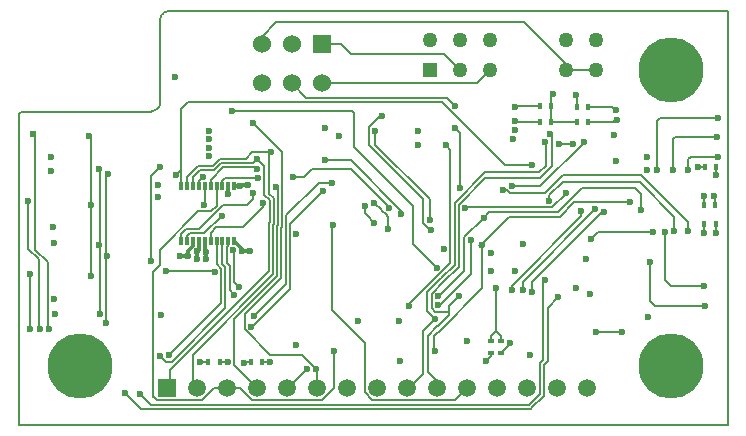
<source format=gbl>
G04*
G04 #@! TF.GenerationSoftware,Altium Limited,Altium Designer,18.1.9 (240)*
G04*
G04 Layer_Physical_Order=4*
G04 Layer_Color=16711680*
%FSLAX44Y44*%
%MOMM*%
G71*
G01*
G75*
%ADD10C,0.2000*%
%ADD11C,0.3000*%
%ADD20C,0.1520*%
%ADD21R,0.4500X0.6000*%
%ADD22R,0.6000X0.4500*%
%ADD23R,0.4000X0.6000*%
%ADD55C,1.5000*%
%ADD56R,1.5000X1.5000*%
%ADD57C,1.2700*%
%ADD58R,1.2700X1.2700*%
%ADD59R,1.5240X1.5240*%
%ADD60C,1.5240*%
%ADD61C,5.5000*%
%ADD62C,0.6000*%
%ADD63R,0.3000X0.7000*%
%ADD64C,0.3500*%
D10*
X174736Y208524D02*
X202428D01*
X172500Y206288D02*
X174736Y208524D01*
X202428D02*
X202438Y208534D01*
X356600Y28851D02*
Y34528D01*
X167500Y135772D02*
Y155900D01*
Y135772D02*
X171524Y131748D01*
X172500Y135756D02*
Y155900D01*
Y135756D02*
X175048Y133208D01*
X176182Y150164D02*
X177500Y151482D01*
X176182Y137057D02*
Y150164D01*
Y137057D02*
X178572Y134667D01*
Y113952D02*
Y134667D01*
X165094Y130366D02*
X166000Y129460D01*
X125000Y130366D02*
X165094D01*
X171524Y102973D02*
Y131748D01*
X175048Y98685D02*
Y133208D01*
X182096Y121180D02*
Y147486D01*
Y121180D02*
X186944Y116332D01*
X178572Y113952D02*
X182524Y110000D01*
X181706Y147876D02*
X182096Y147486D01*
X129814Y53451D02*
X175048Y98685D01*
X127526Y58975D02*
X171524Y102973D01*
X119476Y134842D02*
Y148336D01*
X114094Y129460D02*
X119476Y134842D01*
X114094Y24187D02*
Y129460D01*
X119476Y148336D02*
X151664Y180524D01*
X128000Y46653D02*
X211836Y130489D01*
X147590Y59419D02*
X215360Y127189D01*
X182500Y89345D02*
X218884Y125729D01*
X191476Y93337D02*
X222408Y124269D01*
X191476Y80712D02*
Y93337D01*
X199000Y92000D02*
X225932Y118932D01*
X197812Y83000D02*
X229456Y114644D01*
X222408Y124269D02*
Y166721D01*
X182500Y55312D02*
Y89345D01*
X218884Y125729D02*
Y168181D01*
X182500Y55312D02*
X182524Y55288D01*
Y50526D02*
Y55288D01*
X147590Y34660D02*
Y59419D01*
X215360Y127189D02*
Y169641D01*
X128000Y28851D02*
Y46653D01*
X211836Y130489D02*
Y171100D01*
X229456Y114644D02*
Y163802D01*
X225932Y118932D02*
Y165262D01*
X197000Y83000D02*
X197812D01*
X191476Y80712D02*
X213213Y58975D01*
X252850Y31000D02*
Y48851D01*
X204200Y28851D02*
X205946Y30596D01*
X225932Y165262D02*
X226620Y165950D01*
Y177620D01*
X254000Y205000D01*
X223096Y167409D02*
Y198479D01*
X212524Y171788D02*
Y190288D01*
X211836Y171100D02*
X212524Y171788D01*
X216048Y170329D02*
Y191748D01*
X215360Y169641D02*
X216048Y170329D01*
X219572Y168869D02*
Y199274D01*
X218884Y168181D02*
X219572Y168869D01*
X222408Y166721D02*
X223096Y167409D01*
X230144Y164490D02*
Y170144D01*
X229456Y163802D02*
X230144Y164490D01*
Y170144D02*
X258000Y198000D01*
X254000Y205000D02*
X265000D01*
X281288Y216852D02*
X313389Y184752D01*
X281088Y224028D02*
X324086Y181030D01*
X259588Y224028D02*
X281088D01*
X324086Y178544D02*
Y181030D01*
X248652Y216852D02*
X281288D01*
X313389Y183533D02*
Y184752D01*
X241604Y209804D02*
X248652Y216852D01*
X213213Y58975D02*
X240025D01*
X198628Y255270D02*
X223349Y230549D01*
Y198732D02*
Y230549D01*
X223096Y198479D02*
X223349Y198732D01*
X240025Y58975D02*
X251999Y47000D01*
X182524Y50526D02*
X202050Y31000D01*
X389890Y152400D02*
X392430Y149860D01*
X229600Y28851D02*
Y32600D01*
X244000Y47000D01*
X251999Y48000D02*
X252850Y48851D01*
X68580Y93980D02*
Y217424D01*
X207000Y183967D02*
Y188000D01*
X198044Y191044D02*
Y195834D01*
X196436D02*
X198044D01*
X217825Y201021D02*
X219572Y199274D01*
X157000Y162000D02*
X172000Y177000D01*
X152712Y165524D02*
X173112Y185924D01*
X167500Y185296D02*
Y201900D01*
X162728Y180524D02*
X167500Y185296D01*
X151664Y180524D02*
X162728D01*
X157000Y186436D02*
X157480Y186916D01*
Y201880D01*
X141648Y165524D02*
X152712D01*
X173112Y185924D02*
X192924D01*
X145000Y162000D02*
X157000D01*
X192924Y185924D02*
X198044Y191044D01*
X177500Y151482D02*
Y155900D01*
X355600Y108712D02*
X377254Y130366D01*
X124856Y53451D02*
X129814D01*
X119888Y58419D02*
X124856Y53451D01*
X265240Y97373D02*
X293068Y69545D01*
X265240Y97373D02*
Y168240D01*
X266000Y169000D01*
X295000Y177309D02*
X301244Y171064D01*
X292999Y179309D02*
Y185000D01*
Y179309D02*
X295000Y177309D01*
X207962Y194850D02*
Y219037D01*
Y194850D02*
X212524Y190288D01*
X190164Y167131D02*
X207000Y183967D01*
X167477Y167131D02*
X190164D01*
X212301Y229319D02*
X213614Y230632D01*
X212301Y195494D02*
Y229319D01*
Y195494D02*
X216048Y191748D01*
X202000Y225000D02*
X207962Y219037D01*
X232410Y209804D02*
X241604D01*
X311235Y178009D02*
X313000Y176244D01*
X311100Y178009D02*
X311235D01*
X307864Y181245D02*
X311100Y178009D01*
X307864Y181245D02*
Y181380D01*
X301244Y188000D02*
X307864Y181380D01*
X313000Y166116D02*
Y176244D01*
X284226Y235176D02*
X334000Y185402D01*
Y153000D02*
Y185402D01*
Y153000D02*
X354000Y133000D01*
X284226Y235176D02*
Y263652D01*
X296546Y252096D02*
X306070Y261620D01*
X296546Y236908D02*
Y252096D01*
Y236908D02*
X342486Y190968D01*
Y170686D02*
Y190968D01*
Y170686D02*
X348172Y165000D01*
X302070Y236930D02*
X348010Y190990D01*
Y172974D02*
Y190990D01*
X302070Y236930D02*
Y248666D01*
X348172Y165000D02*
X348999D01*
X362000Y236474D02*
X365524Y232950D01*
Y136712D02*
Y232950D01*
X356288Y127476D02*
X365524Y136712D01*
X356077Y127476D02*
X356288D01*
X330454Y101853D02*
X356077Y127476D01*
X330454Y100584D02*
Y101853D01*
X346044Y95916D02*
Y112460D01*
Y95916D02*
X352298Y89662D01*
X346044Y112460D02*
X357536Y123952D01*
X369158Y135362D02*
Y187812D01*
X357748Y123952D02*
X369158Y135362D01*
X357536Y123952D02*
X357748D01*
X349568Y111000D02*
X358996Y120428D01*
X349568Y99058D02*
Y111000D01*
Y99058D02*
X352804Y95822D01*
X364094D01*
X364538Y96266D01*
X372682Y133903D02*
Y186352D01*
X359207Y120428D02*
X372682Y133903D01*
X358996Y120428D02*
X359207D01*
X369158Y187812D02*
X394960Y213614D01*
X440842D01*
X372682Y186352D02*
X395118Y208788D01*
X441763D01*
X374000Y200466D02*
Y246778D01*
X369778Y251000D02*
X374000Y246778D01*
X352298Y89662D02*
X352806D01*
X331200Y28851D02*
Y31988D01*
X73914Y96840D02*
Y143764D01*
X378254Y183944D02*
X451560D01*
X377254Y158560D02*
X394020Y175326D01*
X377254Y130366D02*
Y158560D01*
X356616Y101346D02*
X382778Y127508D01*
X392430Y115345D02*
Y149860D01*
X355523Y78438D02*
X392430Y115345D01*
X417627Y117784D02*
X476504Y176661D01*
X426720Y121129D02*
X487934Y182343D01*
X426720Y114300D02*
Y121129D01*
X487934Y182343D02*
Y182372D01*
X417627Y114415D02*
Y117784D01*
X476504Y176661D02*
Y181178D01*
X404000Y79502D02*
Y115367D01*
X408686Y70770D02*
Y74816D01*
X404000Y79502D02*
X408686Y74816D01*
X399542Y75044D02*
X404000Y79502D01*
X399542Y70770D02*
Y75044D01*
X14000Y148156D02*
Y248666D01*
X137500Y215526D02*
Y267548D01*
Y201900D02*
Y215526D01*
X170247Y225238D02*
X192280D01*
X164115Y219106D02*
X170247Y225238D01*
X152208Y219106D02*
X164115D01*
X142500Y209398D02*
X152208Y219106D01*
X153668Y215582D02*
X165574D01*
X147500Y209414D02*
X153668Y215582D01*
X171706Y221714D02*
X198662D01*
X165574Y215582D02*
X171706Y221714D01*
X200402Y218190D02*
X201676Y216916D01*
X201947Y225000D02*
X202000D01*
X197674Y230632D02*
X213614D01*
X192280Y225238D02*
X197674Y230632D01*
X147500Y201900D02*
Y209414D01*
X162500Y207524D02*
X173166Y218190D01*
X162500Y201900D02*
Y207524D01*
X155956Y209550D02*
Y210058D01*
X142500Y201900D02*
Y209398D01*
X133000Y211026D02*
X137500Y215526D01*
X198662Y221714D02*
X201947Y225000D01*
X59766Y244846D02*
X61468Y243144D01*
Y186436D02*
Y243144D01*
X59764Y244844D02*
X59766Y244846D01*
X73914Y209914D02*
X76000Y212000D01*
X73914Y143764D02*
Y209914D01*
X200740Y284120D02*
X205600Y288980D01*
X256400Y322000D02*
X273000D01*
X281000Y314000D01*
X359934D01*
X373634Y300300D01*
X590000Y211328D02*
X590500Y211828D01*
Y218315D01*
X581185Y218000D02*
X581500Y218315D01*
X574999Y218000D02*
X581185D01*
X579500Y186000D02*
X580000Y186500D01*
X589000Y194000D02*
X589500Y193500D01*
Y186000D02*
Y193500D01*
X580000Y186500D02*
Y194000D01*
X590000Y162244D02*
Y170000D01*
Y162000D02*
Y162244D01*
X579824Y169824D02*
X580000Y170000D01*
X579824Y162244D02*
Y169824D01*
X191430Y53000D02*
X196902D01*
X191055Y52625D02*
X191430Y53000D01*
X205902D02*
X212402D01*
X153114D02*
X160250D01*
X147590Y34660D02*
X151250Y31000D01*
X170250Y53000D02*
X177000D01*
X441708Y201740D02*
X478790Y238822D01*
X418020Y201740D02*
X441708D01*
X478790Y238822D02*
Y239776D01*
X445390Y196216D02*
X460502Y211328D01*
X415732Y196216D02*
X445390D01*
X413361Y198587D02*
X415732Y196216D01*
X410020Y198587D02*
X413361D01*
X473061Y256032D02*
X473064Y256030D01*
X450778Y256032D02*
X473061D01*
X450647Y278647D02*
X452000Y280000D01*
X450647Y269494D02*
Y278647D01*
X566928Y217170D02*
Y224953D01*
X569000Y227025D01*
X592023D01*
X399542Y57846D02*
Y60770D01*
X396000Y54304D02*
X399542Y57846D01*
X396000Y54304D02*
Y56228D01*
X14000Y148156D02*
X24784Y137372D01*
Y82216D02*
Y137372D01*
Y82216D02*
X26000Y81000D01*
X17272Y81728D02*
Y139900D01*
Y81728D02*
X18000Y81000D01*
X10000Y81000D02*
Y128000D01*
X8000Y149172D02*
X17272Y139900D01*
X172500Y201900D02*
Y206288D01*
X363010Y276814D02*
X369824Y270000D01*
X243166Y276814D02*
X363010D01*
X411480Y219710D02*
X434848D01*
X358170Y273020D02*
X411480Y219710D01*
X137500Y155900D02*
Y161376D01*
X141648Y165524D01*
X142500Y159500D02*
X145000Y162000D01*
X142500Y155900D02*
Y159500D01*
X481871Y269240D02*
X502325D01*
X472872Y269240D02*
Y278129D01*
X472000Y279000D02*
X472872Y278129D01*
X450647Y269494D02*
X450778Y269363D01*
Y256032D02*
Y269363D01*
X421298Y256032D02*
X441778D01*
X420141Y257189D02*
X421298Y256032D01*
X456946Y237490D02*
X469646D01*
X408686Y69770D02*
Y70770D01*
X142972Y273020D02*
X358170D01*
X73914Y86360D02*
X74104Y86550D01*
Y96650D01*
X73914Y96840D02*
X74104Y96650D01*
X547370Y122278D02*
X552086Y117562D01*
X580595D01*
X538550Y100514D02*
X581000D01*
X157480Y201880D02*
X157500Y201900D01*
X90218Y26638D02*
X103380Y13476D01*
X102902Y25860D02*
X111762Y17000D01*
X387714Y288980D02*
X399034Y300300D01*
X256400Y288980D02*
X387714D01*
X8000Y149172D02*
Y189000D01*
X267000Y30973D02*
Y62230D01*
X257003Y20976D02*
X267000Y30973D01*
X433815Y13476D02*
Y13990D01*
X444524Y24698D01*
Y50540D01*
X447906Y53922D01*
Y99164D01*
X441000Y26158D02*
Y52000D01*
X443842Y54842D01*
Y121262D01*
X431842Y17000D02*
X441000Y26158D01*
X103380Y13476D02*
X433815D01*
X117305Y20976D02*
X155403D01*
X114094Y24187D02*
X117305Y20976D01*
X111762Y17000D02*
X431842D01*
X293068Y27406D02*
Y69545D01*
Y27406D02*
X299499Y20976D01*
X369827D02*
X379851Y31000D01*
X299499Y20976D02*
X369827D01*
X187493Y31000D02*
X197517Y20976D01*
X231603D01*
X231627Y21000D01*
X248674D01*
X248699Y20976D01*
X257003D01*
X176651Y31000D02*
X187493D01*
X114094Y23805D02*
Y24187D01*
X155403Y20976D02*
X165427Y31000D01*
X176651D01*
X484378Y157226D02*
X490220Y163068D01*
X488950Y78410D02*
X510464D01*
X408686Y60452D02*
X416306Y68072D01*
X408686Y59770D02*
Y60452D01*
X152406Y29845D02*
X153400Y28851D01*
X128000D02*
X128230D01*
X231000Y288980D02*
X243166Y276814D01*
X205600Y328536D02*
X218186Y341122D01*
X205600Y322000D02*
Y328536D01*
X463804Y300482D02*
X489204D01*
X463804D02*
Y305562D01*
X428244Y341122D02*
X463804Y305562D01*
X382778Y127508D02*
Y156054D01*
X505714Y258318D02*
X506176D01*
X503426Y256030D02*
X505714Y258318D01*
X482063Y256030D02*
X503426D01*
X355092Y101346D02*
X356616D01*
X354978Y78438D02*
X355523D01*
X364538Y93200D02*
Y96266D01*
X354095Y83360D02*
X354698D01*
X364538Y93200D01*
X342138Y79502D02*
X352298Y89662D01*
X364538Y100378D02*
X373126Y108966D01*
X364538Y96266D02*
Y100378D01*
X355346Y108966D02*
X355600Y108712D01*
X419608Y248920D02*
X420116Y249428D01*
X204216Y325120D02*
Y327152D01*
X218186Y341122D02*
X428244D01*
X534162Y104902D02*
Y137414D01*
Y104902D02*
X538550Y100514D01*
X547370Y122278D02*
Y163068D01*
X112268Y210570D02*
X120013Y218315D01*
X112268Y138938D02*
Y210570D01*
X306070Y261620D02*
X307594D01*
X441763Y208788D02*
X451866Y218891D01*
X440842Y213614D02*
X446532Y219304D01*
X180594Y265684D02*
X282194D01*
X284226Y263652D01*
X137500Y267548D02*
X142972Y273020D01*
X152500Y201900D02*
Y206094D01*
X155956Y209550D01*
X173166Y218190D02*
X200402D01*
X460502Y211328D02*
X526796D01*
X460502Y205486D02*
X525780D01*
X449160Y194144D02*
X460502Y205486D01*
X449160Y189738D02*
Y194144D01*
X398574Y179880D02*
X456232D01*
X394020Y175326D02*
X398574Y179880D01*
X415033Y175816D02*
X457915D01*
X392430Y153213D02*
X415033Y175816D01*
X470567Y188468D02*
X517652D01*
X457915Y175816D02*
X470567Y188468D01*
X476758Y200406D02*
X522224D01*
X456232Y179880D02*
X476758Y200406D01*
X527050Y181732D02*
Y195580D01*
X522224Y200406D02*
X527050Y195580D01*
X554990Y163830D02*
Y176276D01*
X525780Y205486D02*
X554990Y176276D01*
X566674Y164338D02*
Y171450D01*
X526796Y211328D02*
X566674Y171450D01*
X447906Y99164D02*
X457020Y108278D01*
X443842Y121262D02*
X445262Y122682D01*
X434340Y112776D02*
Y120584D01*
X446024Y239268D02*
X446532Y238760D01*
X451560Y183944D02*
X463296Y195680D01*
Y196596D01*
X457200Y237744D02*
X457708D01*
X456946Y237490D02*
X457200Y237744D01*
X451866Y218891D02*
Y244602D01*
X434340Y120584D02*
X493842Y180086D01*
X495554D01*
X490220Y163068D02*
X537464D01*
X450088Y246380D02*
X451866Y244602D01*
X446532Y219304D02*
Y238760D01*
X420624Y269240D02*
X420878Y269494D01*
X441646D01*
X505119Y266446D02*
X505460D01*
X502325Y269240D02*
X505119Y266446D01*
X540824Y257360D02*
X543306Y259842D01*
X540824Y216466D02*
Y257360D01*
X543306Y259842D02*
X592074D01*
X553974Y216662D02*
Y242062D01*
X555346Y243434D01*
X378206Y183896D02*
X378254Y183944D01*
X555346Y243434D02*
X591668D01*
X162500Y162154D02*
X167477Y167131D01*
X162500Y155900D02*
Y162154D01*
X399796Y145796D02*
X401320Y144272D01*
X346202Y75467D02*
X354095Y83360D01*
X351584Y75044D02*
X354978Y78438D01*
X342138Y42926D02*
Y79502D01*
X331200Y31988D02*
X342138Y42926D01*
X346202Y44926D02*
X356600Y34528D01*
X346202Y44926D02*
Y75467D01*
X392430Y152400D02*
Y153213D01*
X389890Y152400D02*
X392430D01*
X351584Y63198D02*
Y75044D01*
Y63198D02*
X352552Y62230D01*
X73914Y143764D02*
X74676Y143002D01*
Y142494D02*
Y143002D01*
X73406Y143764D02*
X73914D01*
X67310Y152400D02*
X68072D01*
X61468Y126492D02*
Y186436D01*
X60960Y125984D02*
X61468Y126492D01*
D11*
X194000Y203000D02*
X195000D01*
X188430D02*
X194000D01*
X187330Y201900D02*
X188430Y203000D01*
X143000Y147123D02*
X147500Y151623D01*
X143000Y143000D02*
Y147123D01*
X147500Y151623D02*
Y155900D01*
X136764Y143000D02*
X143000D01*
X189230Y146812D02*
X196228D01*
X159004Y139996D02*
Y146558D01*
X157500Y148062D02*
X159004Y146558D01*
X157500Y148062D02*
Y155900D01*
X182500Y201900D02*
X187330D01*
X189230Y146812D02*
Y149170D01*
X182500Y155900D02*
X189230Y149170D01*
D20*
X0Y0D02*
Y261586D01*
Y0D02*
X600202D01*
Y350012D01*
X129000D02*
X600202D01*
X126828Y350000D02*
X129000Y350012D01*
X126156Y350000D02*
X126828Y350000D01*
X124837Y349738D02*
X126156Y350000D01*
X123594Y349223D02*
X124837Y349738D01*
X122476Y348475D02*
X123594Y349223D01*
X122000Y348000D02*
X122476Y348475D01*
X121524Y347524D02*
X122000Y348000D01*
X120777Y346406D02*
X121524Y347524D01*
X120262Y345163D02*
X120777Y346406D01*
X120000Y343844D02*
X120262Y345163D01*
X120000Y343172D02*
Y343844D01*
X120000Y274828D02*
X120000Y343172D01*
X120000Y274828D02*
X120053Y273918D01*
X119892Y272102D02*
X120053Y273918D01*
X119380Y270353D02*
X119892Y272102D01*
X118536Y268738D02*
X119380Y270353D01*
X118000Y268000D02*
X118536Y268738D01*
X117184Y267300D02*
X118000Y268000D01*
X115368Y266155D02*
X117184Y267300D01*
X113363Y265387D02*
X115368Y266155D01*
X111246Y265024D02*
X113363Y265387D01*
X110172Y265000D02*
X111246Y265024D01*
X3414Y265000D02*
X110172D01*
X3078Y265000D02*
X3414Y265000D01*
X2418Y264869D02*
X3078Y265000D01*
X1797Y264611D02*
X2418Y264869D01*
X1238Y264238D02*
X1797Y264611D01*
X1000Y264000D02*
X1238Y264238D01*
X762Y263762D02*
X1000Y264000D01*
X389Y263203D02*
X762Y263762D01*
X131Y262582D02*
X389Y263203D01*
X0Y261922D02*
X131Y262582D01*
X0Y261586D02*
Y261922D01*
D21*
X580000Y170000D02*
D03*
X590000D02*
D03*
X170250Y53000D02*
D03*
X160250D02*
D03*
D22*
X399542Y70770D02*
D03*
Y60770D02*
D03*
X408686Y70770D02*
D03*
Y60770D02*
D03*
D23*
X581500Y218315D02*
D03*
X590500D02*
D03*
X589500Y186000D02*
D03*
X580500D02*
D03*
X196902Y53000D02*
D03*
X205902D02*
D03*
X481871Y269240D02*
D03*
X472872D02*
D03*
X450778Y256032D02*
D03*
X441778D02*
D03*
X450647Y269494D02*
D03*
X441646D02*
D03*
X473064Y256030D02*
D03*
X482063D02*
D03*
D55*
X379851Y31000D02*
D03*
X354450D02*
D03*
X405251D02*
D03*
X430650D02*
D03*
X456050D02*
D03*
X481451D02*
D03*
X278251D02*
D03*
X252850D02*
D03*
X303650D02*
D03*
X329050D02*
D03*
X227451D02*
D03*
X202050D02*
D03*
X151250D02*
D03*
X176651D02*
D03*
D56*
X125850D02*
D03*
D57*
X489204Y300300D02*
D03*
Y325700D02*
D03*
X463804Y300300D02*
D03*
Y325700D02*
D03*
X399034Y300300D02*
D03*
Y325700D02*
D03*
X373634Y300300D02*
D03*
Y325700D02*
D03*
X348234D02*
D03*
D58*
Y300300D02*
D03*
D59*
X256400Y322000D02*
D03*
D60*
X231000D02*
D03*
X205600D02*
D03*
X256400Y288980D02*
D03*
X231000D02*
D03*
X205600D02*
D03*
D61*
X552000Y50000D02*
D03*
Y300000D02*
D03*
X52000Y50000D02*
D03*
D62*
X194000Y203000D02*
D03*
X187330Y201900D02*
D03*
X151198Y140049D02*
D03*
Y146802D02*
D03*
X136764Y143000D02*
D03*
X143000D02*
D03*
X196228Y146812D02*
D03*
X159004Y139996D02*
D03*
Y146558D02*
D03*
X166000Y129460D02*
D03*
X125000Y130366D02*
D03*
X182524Y110000D02*
D03*
X199000Y92000D02*
D03*
X186944Y116332D02*
D03*
X265000Y205000D02*
D03*
X258000Y198000D02*
D03*
X197000Y83000D02*
D03*
X251999Y47000D02*
D03*
X244000D02*
D03*
X177500Y195096D02*
D03*
X207000Y188000D02*
D03*
X198044Y195834D02*
D03*
X217825Y201021D02*
D03*
X172000Y177000D02*
D03*
X157000Y186436D02*
D03*
X181706Y147876D02*
D03*
X266000Y169000D02*
D03*
X292999Y185000D02*
D03*
X232410Y209804D02*
D03*
X301244Y188000D02*
D03*
X161000Y234380D02*
D03*
Y242000D02*
D03*
Y248666D02*
D03*
X348999Y165000D02*
D03*
X360000Y149000D02*
D03*
X354000Y133000D02*
D03*
X374000Y200466D02*
D03*
X426720Y153000D02*
D03*
X420386Y129762D02*
D03*
X399796D02*
D03*
X404000Y115367D02*
D03*
X479999Y140000D02*
D03*
X313000Y166116D02*
D03*
X362000Y236474D02*
D03*
X161000Y227440D02*
D03*
X201676Y216916D02*
D03*
X202000Y225000D02*
D03*
X213614Y230632D02*
D03*
X202438Y208534D02*
D03*
X155956Y210058D02*
D03*
X133000Y211026D02*
D03*
X132000Y294000D02*
D03*
X12296Y246512D02*
D03*
X59766Y244846D02*
D03*
X76000Y212000D02*
D03*
X590000Y211328D02*
D03*
X574999Y218000D02*
D03*
X589000Y194000D02*
D03*
X580000D02*
D03*
X590000Y162244D02*
D03*
X579824D02*
D03*
X191055Y52625D02*
D03*
X212402Y53000D02*
D03*
X153114D02*
D03*
X177000D02*
D03*
X452000Y280000D02*
D03*
X271000Y244475D02*
D03*
X433000Y58975D02*
D03*
X396000Y54304D02*
D03*
X505454Y223376D02*
D03*
X504000Y245620D02*
D03*
X26000Y81000D02*
D03*
X18000D02*
D03*
X10000Y81000D02*
D03*
Y128000D02*
D03*
X369778Y251000D02*
D03*
X369824Y270000D02*
D03*
X338000Y248666D02*
D03*
X337960Y236474D02*
D03*
X302070Y248666D02*
D03*
X118000Y192786D02*
D03*
Y203000D02*
D03*
X472000Y279000D02*
D03*
X120396Y93000D02*
D03*
X580595Y117562D02*
D03*
X581000Y100514D02*
D03*
X102902Y25860D02*
D03*
X8000Y189000D02*
D03*
X27152Y226700D02*
D03*
X27744Y214846D02*
D03*
X30000Y153810D02*
D03*
X267000Y62230D02*
D03*
X484378Y157226D02*
D03*
X488950Y78410D02*
D03*
X259080Y251206D02*
D03*
X382778Y156054D02*
D03*
X506176Y258318D02*
D03*
X352806Y89662D02*
D03*
X355092Y101346D02*
D03*
X355346Y108966D02*
D03*
X420116Y249428D02*
D03*
X198628Y255270D02*
D03*
X29464Y167386D02*
D03*
X30390Y93554D02*
D03*
X30308Y106254D02*
D03*
X532130Y215900D02*
D03*
X532638Y91186D02*
D03*
X531830Y226522D02*
D03*
X534162Y137414D02*
D03*
X120013Y218315D02*
D03*
X112268Y138938D02*
D03*
X307594Y261620D02*
D03*
X418338Y241808D02*
D03*
X434848Y219710D02*
D03*
X348010Y172974D02*
D03*
X180594Y265684D02*
D03*
X301244Y171064D02*
D03*
X234980Y161514D02*
D03*
X259588Y224028D02*
D03*
X324086Y178544D02*
D03*
X313389Y183533D02*
D03*
X517652Y188468D02*
D03*
X527050Y181732D02*
D03*
X566674Y164338D02*
D03*
X554990Y163830D02*
D03*
X445262Y122682D02*
D03*
X446024Y239268D02*
D03*
X463296Y196596D02*
D03*
X476504Y181178D02*
D03*
X457708Y237744D02*
D03*
X469646Y237490D02*
D03*
X537464Y163068D02*
D03*
X495554Y180086D02*
D03*
X487934Y182372D02*
D03*
X450088Y246380D02*
D03*
X478790Y239776D02*
D03*
X420141Y257189D02*
D03*
X420624Y269240D02*
D03*
X505460Y266446D02*
D03*
X547370Y163068D02*
D03*
X540824Y216000D02*
D03*
X566928D02*
D03*
X553974D02*
D03*
X592023Y227025D02*
D03*
X591668Y243434D02*
D03*
X592074Y259842D02*
D03*
X416306Y69072D02*
D03*
X378206Y183896D02*
D03*
X189230Y146812D02*
D03*
X119888Y58419D02*
D03*
X127526Y58975D02*
D03*
X90218Y26638D02*
D03*
X394020Y175326D02*
D03*
X323202Y54304D02*
D03*
X287274Y87884D02*
D03*
X322072D02*
D03*
X235204Y67818D02*
D03*
X471520Y115367D02*
D03*
X483421Y110584D02*
D03*
X410020Y198587D02*
D03*
X418020Y201740D02*
D03*
X330454Y100584D02*
D03*
X373126Y108966D02*
D03*
X449160Y189738D02*
D03*
X392430Y152400D02*
D03*
X399796Y145796D02*
D03*
X379730Y70850D02*
D03*
X352552Y62230D02*
D03*
X74676Y142494D02*
D03*
X417627Y114415D02*
D03*
X426720Y114300D02*
D03*
X434340Y112776D02*
D03*
X68400Y216794D02*
D03*
X68072Y152400D02*
D03*
X68580Y93980D02*
D03*
X73914Y86360D02*
D03*
X60960Y125984D02*
D03*
X61468Y186436D02*
D03*
X510464Y78410D02*
D03*
X457020Y108278D02*
D03*
D63*
X137500Y155900D02*
D03*
Y201900D02*
D03*
X142500Y155900D02*
D03*
Y201900D02*
D03*
X147500Y155900D02*
D03*
Y201900D02*
D03*
X152500Y155900D02*
D03*
Y201900D02*
D03*
X157500Y155900D02*
D03*
Y201900D02*
D03*
X162500Y155900D02*
D03*
Y201900D02*
D03*
X167500Y155900D02*
D03*
Y201900D02*
D03*
X172500Y155900D02*
D03*
Y201900D02*
D03*
X177500Y155900D02*
D03*
Y201900D02*
D03*
X182500Y155900D02*
D03*
Y201900D02*
D03*
D64*
X151198Y140049D02*
Y146802D01*
X152500Y148104D02*
Y155900D01*
X151198Y146802D02*
X152500Y148104D01*
X177500Y195096D02*
Y201900D01*
M02*

</source>
